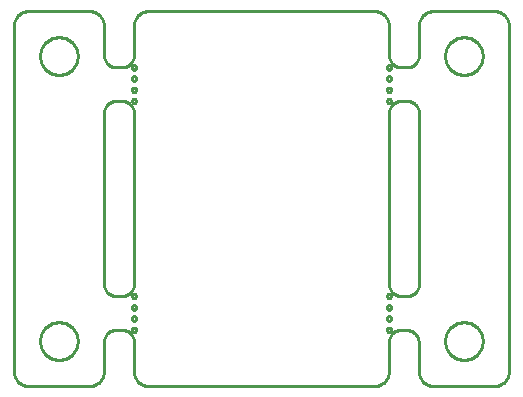
<source format=gbr>
G04 EAGLE Gerber RS-274X export*
G75*
%MOIN*%
%FSLAX34Y34*%
%LPD*%
%IN*%
%IPPOS*%
%AMOC8*
5,1,8,0,0,1.08239X$1,22.5*%
G01*
%ADD10C,0.010000*%


D10*
X-8000Y-10000D02*
X-7998Y-10044D01*
X-7992Y-10087D01*
X-7983Y-10129D01*
X-7970Y-10171D01*
X-7953Y-10211D01*
X-7933Y-10250D01*
X-7910Y-10287D01*
X-7883Y-10321D01*
X-7854Y-10354D01*
X-7821Y-10383D01*
X-7787Y-10410D01*
X-7750Y-10433D01*
X-7711Y-10453D01*
X-7671Y-10470D01*
X-7629Y-10483D01*
X-7587Y-10492D01*
X-7544Y-10498D01*
X-7500Y-10500D01*
X-5500Y-10500D01*
X-5456Y-10498D01*
X-5413Y-10492D01*
X-5371Y-10483D01*
X-5329Y-10470D01*
X-5289Y-10453D01*
X-5250Y-10433D01*
X-5213Y-10410D01*
X-5179Y-10383D01*
X-5146Y-10354D01*
X-5117Y-10321D01*
X-5090Y-10287D01*
X-5067Y-10250D01*
X-5047Y-10211D01*
X-5030Y-10171D01*
X-5017Y-10129D01*
X-5008Y-10087D01*
X-5002Y-10044D01*
X-5000Y-10000D01*
X-5000Y-9025D01*
X-4998Y-8990D01*
X-4994Y-8956D01*
X-4986Y-8921D01*
X-4976Y-8888D01*
X-4963Y-8856D01*
X-4946Y-8825D01*
X-4928Y-8796D01*
X-4906Y-8768D01*
X-4883Y-8742D01*
X-4857Y-8719D01*
X-4829Y-8697D01*
X-4800Y-8679D01*
X-4769Y-8662D01*
X-4737Y-8649D01*
X-4704Y-8639D01*
X-4669Y-8631D01*
X-4635Y-8627D01*
X-4600Y-8625D01*
X-4400Y-8625D01*
X-4365Y-8627D01*
X-4331Y-8631D01*
X-4296Y-8639D01*
X-4263Y-8649D01*
X-4231Y-8662D01*
X-4200Y-8679D01*
X-4171Y-8697D01*
X-4143Y-8719D01*
X-4117Y-8742D01*
X-4094Y-8768D01*
X-4072Y-8796D01*
X-4054Y-8825D01*
X-4037Y-8856D01*
X-4024Y-8888D01*
X-4014Y-8921D01*
X-4006Y-8956D01*
X-4002Y-8990D01*
X-4000Y-9025D01*
X-4000Y-10000D01*
X-3998Y-10044D01*
X-3992Y-10087D01*
X-3983Y-10129D01*
X-3970Y-10171D01*
X-3953Y-10211D01*
X-3933Y-10250D01*
X-3910Y-10287D01*
X-3883Y-10321D01*
X-3854Y-10354D01*
X-3821Y-10383D01*
X-3787Y-10410D01*
X-3750Y-10433D01*
X-3711Y-10453D01*
X-3671Y-10470D01*
X-3629Y-10483D01*
X-3587Y-10492D01*
X-3544Y-10498D01*
X-3500Y-10500D01*
X4000Y-10500D01*
X4044Y-10498D01*
X4087Y-10492D01*
X4129Y-10483D01*
X4171Y-10470D01*
X4211Y-10453D01*
X4250Y-10433D01*
X4287Y-10410D01*
X4321Y-10383D01*
X4354Y-10354D01*
X4383Y-10321D01*
X4410Y-10287D01*
X4433Y-10250D01*
X4453Y-10211D01*
X4470Y-10171D01*
X4483Y-10129D01*
X4492Y-10087D01*
X4498Y-10044D01*
X4500Y-10000D01*
X4500Y-9025D01*
X4502Y-8990D01*
X4506Y-8956D01*
X4514Y-8921D01*
X4524Y-8888D01*
X4537Y-8856D01*
X4554Y-8825D01*
X4572Y-8796D01*
X4594Y-8768D01*
X4617Y-8742D01*
X4643Y-8719D01*
X4671Y-8697D01*
X4700Y-8679D01*
X4731Y-8662D01*
X4763Y-8649D01*
X4796Y-8639D01*
X4831Y-8631D01*
X4865Y-8627D01*
X4900Y-8625D01*
X5100Y-8625D01*
X5140Y-8632D01*
X5179Y-8643D01*
X5218Y-8657D01*
X5254Y-8674D01*
X5290Y-8695D01*
X5323Y-8718D01*
X5354Y-8744D01*
X5383Y-8773D01*
X5409Y-8805D01*
X5432Y-8838D01*
X5452Y-8873D01*
X5469Y-8910D01*
X5483Y-8949D01*
X5493Y-8988D01*
X5500Y-9028D01*
X5504Y-9069D01*
X5504Y-9109D01*
X5500Y-9150D01*
X5500Y-10000D01*
X5502Y-10044D01*
X5508Y-10087D01*
X5517Y-10129D01*
X5530Y-10171D01*
X5547Y-10211D01*
X5567Y-10250D01*
X5590Y-10287D01*
X5617Y-10321D01*
X5646Y-10354D01*
X5679Y-10383D01*
X5713Y-10410D01*
X5750Y-10433D01*
X5789Y-10453D01*
X5829Y-10470D01*
X5871Y-10483D01*
X5913Y-10492D01*
X5956Y-10498D01*
X6000Y-10500D01*
X8000Y-10500D01*
X8044Y-10498D01*
X8087Y-10492D01*
X8129Y-10483D01*
X8171Y-10470D01*
X8211Y-10453D01*
X8250Y-10433D01*
X8287Y-10410D01*
X8321Y-10383D01*
X8354Y-10354D01*
X8383Y-10321D01*
X8410Y-10287D01*
X8433Y-10250D01*
X8453Y-10211D01*
X8470Y-10171D01*
X8483Y-10129D01*
X8492Y-10087D01*
X8498Y-10044D01*
X8500Y-10000D01*
X8500Y1500D01*
X8498Y1544D01*
X8492Y1587D01*
X8483Y1629D01*
X8470Y1671D01*
X8453Y1711D01*
X8433Y1750D01*
X8410Y1787D01*
X8383Y1821D01*
X8354Y1854D01*
X8321Y1883D01*
X8287Y1910D01*
X8250Y1933D01*
X8211Y1953D01*
X8171Y1970D01*
X8129Y1983D01*
X8087Y1992D01*
X8044Y1998D01*
X8000Y2000D01*
X6000Y2000D01*
X5956Y1998D01*
X5913Y1992D01*
X5871Y1983D01*
X5829Y1970D01*
X5789Y1953D01*
X5750Y1933D01*
X5713Y1910D01*
X5679Y1883D01*
X5646Y1854D01*
X5617Y1821D01*
X5590Y1787D01*
X5567Y1750D01*
X5547Y1711D01*
X5530Y1671D01*
X5517Y1629D01*
X5508Y1587D01*
X5502Y1544D01*
X5500Y1500D01*
X5500Y525D01*
X5498Y490D01*
X5494Y456D01*
X5486Y421D01*
X5476Y388D01*
X5463Y356D01*
X5446Y325D01*
X5428Y296D01*
X5406Y268D01*
X5383Y242D01*
X5357Y219D01*
X5329Y197D01*
X5300Y179D01*
X5269Y162D01*
X5237Y149D01*
X5204Y139D01*
X5169Y131D01*
X5135Y127D01*
X5100Y125D01*
X4900Y125D01*
X4865Y127D01*
X4831Y131D01*
X4796Y139D01*
X4763Y149D01*
X4731Y162D01*
X4700Y179D01*
X4671Y197D01*
X4643Y219D01*
X4617Y242D01*
X4594Y268D01*
X4572Y296D01*
X4554Y325D01*
X4537Y356D01*
X4524Y388D01*
X4514Y421D01*
X4506Y456D01*
X4502Y490D01*
X4500Y525D01*
X4500Y1500D01*
X4498Y1544D01*
X4492Y1587D01*
X4483Y1629D01*
X4470Y1671D01*
X4453Y1711D01*
X4433Y1750D01*
X4410Y1787D01*
X4383Y1821D01*
X4354Y1854D01*
X4321Y1883D01*
X4287Y1910D01*
X4250Y1933D01*
X4211Y1953D01*
X4171Y1970D01*
X4129Y1983D01*
X4087Y1992D01*
X4044Y1998D01*
X4000Y2000D01*
X-3500Y2000D01*
X-3544Y1998D01*
X-3587Y1992D01*
X-3629Y1983D01*
X-3671Y1970D01*
X-3711Y1953D01*
X-3750Y1933D01*
X-3787Y1910D01*
X-3821Y1883D01*
X-3854Y1854D01*
X-3883Y1821D01*
X-3910Y1787D01*
X-3933Y1750D01*
X-3953Y1711D01*
X-3970Y1671D01*
X-3983Y1629D01*
X-3992Y1587D01*
X-3998Y1544D01*
X-4000Y1500D01*
X-4000Y525D01*
X-4002Y490D01*
X-4006Y456D01*
X-4014Y421D01*
X-4024Y388D01*
X-4037Y356D01*
X-4054Y325D01*
X-4072Y296D01*
X-4094Y268D01*
X-4117Y242D01*
X-4143Y219D01*
X-4171Y197D01*
X-4200Y179D01*
X-4231Y162D01*
X-4263Y149D01*
X-4296Y139D01*
X-4331Y131D01*
X-4365Y127D01*
X-4400Y125D01*
X-4600Y125D01*
X-4635Y127D01*
X-4669Y131D01*
X-4704Y139D01*
X-4737Y149D01*
X-4769Y162D01*
X-4800Y179D01*
X-4829Y197D01*
X-4857Y219D01*
X-4883Y242D01*
X-4906Y268D01*
X-4928Y296D01*
X-4946Y325D01*
X-4963Y356D01*
X-4976Y388D01*
X-4986Y421D01*
X-4994Y456D01*
X-4998Y490D01*
X-5000Y525D01*
X-5000Y1500D01*
X-5002Y1544D01*
X-5008Y1587D01*
X-5017Y1629D01*
X-5030Y1671D01*
X-5047Y1711D01*
X-5067Y1750D01*
X-5090Y1787D01*
X-5117Y1821D01*
X-5146Y1854D01*
X-5179Y1883D01*
X-5213Y1910D01*
X-5250Y1933D01*
X-5289Y1953D01*
X-5329Y1970D01*
X-5371Y1983D01*
X-5413Y1992D01*
X-5456Y1998D01*
X-5500Y2000D01*
X-7500Y2000D01*
X-7544Y1998D01*
X-7587Y1992D01*
X-7629Y1983D01*
X-7671Y1970D01*
X-7711Y1953D01*
X-7750Y1933D01*
X-7787Y1910D01*
X-7821Y1883D01*
X-7854Y1854D01*
X-7883Y1821D01*
X-7910Y1787D01*
X-7933Y1750D01*
X-7953Y1711D01*
X-7970Y1671D01*
X-7983Y1629D01*
X-7992Y1587D01*
X-7998Y1544D01*
X-8000Y1500D01*
X-8000Y-10000D01*
X4500Y-7100D02*
X4502Y-7135D01*
X4506Y-7169D01*
X4514Y-7204D01*
X4524Y-7237D01*
X4537Y-7269D01*
X4554Y-7300D01*
X4572Y-7329D01*
X4594Y-7357D01*
X4617Y-7383D01*
X4643Y-7406D01*
X4671Y-7428D01*
X4700Y-7446D01*
X4731Y-7463D01*
X4763Y-7476D01*
X4796Y-7486D01*
X4831Y-7494D01*
X4865Y-7498D01*
X4900Y-7500D01*
X5100Y-7500D01*
X5135Y-7498D01*
X5169Y-7494D01*
X5204Y-7486D01*
X5237Y-7476D01*
X5269Y-7463D01*
X5300Y-7446D01*
X5329Y-7428D01*
X5357Y-7406D01*
X5383Y-7383D01*
X5406Y-7357D01*
X5428Y-7329D01*
X5446Y-7300D01*
X5463Y-7269D01*
X5476Y-7237D01*
X5486Y-7204D01*
X5494Y-7169D01*
X5498Y-7135D01*
X5500Y-7100D01*
X5500Y-1400D01*
X5498Y-1365D01*
X5494Y-1331D01*
X5486Y-1296D01*
X5476Y-1263D01*
X5463Y-1231D01*
X5446Y-1200D01*
X5428Y-1171D01*
X5406Y-1143D01*
X5383Y-1117D01*
X5357Y-1094D01*
X5329Y-1072D01*
X5300Y-1054D01*
X5269Y-1037D01*
X5237Y-1024D01*
X5204Y-1014D01*
X5169Y-1006D01*
X5135Y-1002D01*
X5100Y-1000D01*
X4900Y-1000D01*
X4865Y-1002D01*
X4831Y-1006D01*
X4796Y-1014D01*
X4763Y-1024D01*
X4731Y-1037D01*
X4700Y-1054D01*
X4671Y-1072D01*
X4643Y-1094D01*
X4617Y-1117D01*
X4594Y-1143D01*
X4572Y-1171D01*
X4554Y-1200D01*
X4537Y-1231D01*
X4524Y-1263D01*
X4514Y-1296D01*
X4506Y-1331D01*
X4502Y-1365D01*
X4500Y-1400D01*
X4500Y-7100D01*
X-5000Y-7100D02*
X-4998Y-7135D01*
X-4994Y-7169D01*
X-4986Y-7204D01*
X-4976Y-7237D01*
X-4963Y-7269D01*
X-4946Y-7300D01*
X-4928Y-7329D01*
X-4906Y-7357D01*
X-4883Y-7383D01*
X-4857Y-7406D01*
X-4829Y-7428D01*
X-4800Y-7446D01*
X-4769Y-7463D01*
X-4737Y-7476D01*
X-4704Y-7486D01*
X-4669Y-7494D01*
X-4635Y-7498D01*
X-4600Y-7500D01*
X-4400Y-7500D01*
X-4365Y-7498D01*
X-4331Y-7494D01*
X-4296Y-7486D01*
X-4263Y-7476D01*
X-4231Y-7463D01*
X-4200Y-7446D01*
X-4171Y-7428D01*
X-4143Y-7406D01*
X-4117Y-7383D01*
X-4094Y-7357D01*
X-4072Y-7329D01*
X-4054Y-7300D01*
X-4037Y-7269D01*
X-4024Y-7237D01*
X-4014Y-7204D01*
X-4006Y-7169D01*
X-4002Y-7135D01*
X-4000Y-7100D01*
X-4000Y-1400D01*
X-4002Y-1365D01*
X-4006Y-1331D01*
X-4014Y-1296D01*
X-4024Y-1263D01*
X-4037Y-1231D01*
X-4054Y-1200D01*
X-4072Y-1171D01*
X-4094Y-1143D01*
X-4117Y-1117D01*
X-4143Y-1094D01*
X-4171Y-1072D01*
X-4200Y-1054D01*
X-4231Y-1037D01*
X-4263Y-1024D01*
X-4296Y-1014D01*
X-4331Y-1006D01*
X-4365Y-1002D01*
X-4400Y-1000D01*
X-4600Y-1000D01*
X-4635Y-1002D01*
X-4669Y-1006D01*
X-4704Y-1014D01*
X-4737Y-1024D01*
X-4769Y-1037D01*
X-4800Y-1054D01*
X-4829Y-1072D01*
X-4857Y-1094D01*
X-4883Y-1117D01*
X-4906Y-1143D01*
X-4928Y-1171D01*
X-4946Y-1200D01*
X-4963Y-1231D01*
X-4976Y-1263D01*
X-4986Y-1296D01*
X-4994Y-1331D01*
X-4998Y-1365D01*
X-5000Y-1400D01*
X-5000Y-7100D01*
X4575Y-8632D02*
X4572Y-8647D01*
X4566Y-8661D01*
X4558Y-8673D01*
X4548Y-8683D01*
X4536Y-8691D01*
X4522Y-8697D01*
X4507Y-8700D01*
X4493Y-8700D01*
X4478Y-8697D01*
X4464Y-8691D01*
X4452Y-8683D01*
X4442Y-8673D01*
X4434Y-8661D01*
X4428Y-8647D01*
X4425Y-8632D01*
X4425Y-8618D01*
X4428Y-8603D01*
X4434Y-8589D01*
X4442Y-8577D01*
X4452Y-8567D01*
X4464Y-8559D01*
X4478Y-8553D01*
X4493Y-8550D01*
X4507Y-8550D01*
X4522Y-8553D01*
X4536Y-8559D01*
X4548Y-8567D01*
X4558Y-8577D01*
X4566Y-8589D01*
X4572Y-8603D01*
X4575Y-8618D01*
X4575Y-8632D01*
X4575Y-7507D02*
X4572Y-7522D01*
X4566Y-7536D01*
X4558Y-7548D01*
X4548Y-7558D01*
X4536Y-7566D01*
X4522Y-7572D01*
X4507Y-7575D01*
X4493Y-7575D01*
X4478Y-7572D01*
X4464Y-7566D01*
X4452Y-7558D01*
X4442Y-7548D01*
X4434Y-7536D01*
X4428Y-7522D01*
X4425Y-7507D01*
X4425Y-7493D01*
X4428Y-7478D01*
X4434Y-7464D01*
X4442Y-7452D01*
X4452Y-7442D01*
X4464Y-7434D01*
X4478Y-7428D01*
X4493Y-7425D01*
X4507Y-7425D01*
X4522Y-7428D01*
X4536Y-7434D01*
X4548Y-7442D01*
X4558Y-7452D01*
X4566Y-7464D01*
X4572Y-7478D01*
X4575Y-7493D01*
X4575Y-7507D01*
X4575Y-7882D02*
X4572Y-7897D01*
X4566Y-7911D01*
X4558Y-7923D01*
X4548Y-7933D01*
X4536Y-7941D01*
X4522Y-7947D01*
X4507Y-7950D01*
X4493Y-7950D01*
X4478Y-7947D01*
X4464Y-7941D01*
X4452Y-7933D01*
X4442Y-7923D01*
X4434Y-7911D01*
X4428Y-7897D01*
X4425Y-7882D01*
X4425Y-7868D01*
X4428Y-7853D01*
X4434Y-7839D01*
X4442Y-7827D01*
X4452Y-7817D01*
X4464Y-7809D01*
X4478Y-7803D01*
X4493Y-7800D01*
X4507Y-7800D01*
X4522Y-7803D01*
X4536Y-7809D01*
X4548Y-7817D01*
X4558Y-7827D01*
X4566Y-7839D01*
X4572Y-7853D01*
X4575Y-7868D01*
X4575Y-7882D01*
X4575Y-8257D02*
X4572Y-8272D01*
X4566Y-8286D01*
X4558Y-8298D01*
X4548Y-8308D01*
X4536Y-8316D01*
X4522Y-8322D01*
X4507Y-8325D01*
X4493Y-8325D01*
X4478Y-8322D01*
X4464Y-8316D01*
X4452Y-8308D01*
X4442Y-8298D01*
X4434Y-8286D01*
X4428Y-8272D01*
X4425Y-8257D01*
X4425Y-8243D01*
X4428Y-8228D01*
X4434Y-8214D01*
X4442Y-8202D01*
X4452Y-8192D01*
X4464Y-8184D01*
X4478Y-8178D01*
X4493Y-8175D01*
X4507Y-8175D01*
X4522Y-8178D01*
X4536Y-8184D01*
X4548Y-8192D01*
X4558Y-8202D01*
X4566Y-8214D01*
X4572Y-8228D01*
X4575Y-8243D01*
X4575Y-8257D01*
X7625Y-9020D02*
X7622Y-9061D01*
X7617Y-9102D01*
X7609Y-9142D01*
X7598Y-9182D01*
X7585Y-9220D01*
X7570Y-9258D01*
X7551Y-9295D01*
X7531Y-9330D01*
X7508Y-9364D01*
X7483Y-9397D01*
X7456Y-9427D01*
X7427Y-9456D01*
X7397Y-9483D01*
X7364Y-9508D01*
X7330Y-9531D01*
X7295Y-9551D01*
X7258Y-9570D01*
X7220Y-9585D01*
X7182Y-9598D01*
X7142Y-9609D01*
X7102Y-9617D01*
X7061Y-9622D01*
X7020Y-9625D01*
X6980Y-9625D01*
X6939Y-9622D01*
X6898Y-9617D01*
X6858Y-9609D01*
X6818Y-9598D01*
X6780Y-9585D01*
X6742Y-9570D01*
X6705Y-9551D01*
X6670Y-9531D01*
X6636Y-9508D01*
X6603Y-9483D01*
X6573Y-9456D01*
X6544Y-9427D01*
X6517Y-9397D01*
X6492Y-9364D01*
X6469Y-9330D01*
X6449Y-9295D01*
X6430Y-9258D01*
X6415Y-9220D01*
X6402Y-9182D01*
X6391Y-9142D01*
X6383Y-9102D01*
X6378Y-9061D01*
X6375Y-9020D01*
X6375Y-8980D01*
X6378Y-8939D01*
X6383Y-8898D01*
X6391Y-8858D01*
X6402Y-8818D01*
X6415Y-8780D01*
X6430Y-8742D01*
X6449Y-8705D01*
X6469Y-8670D01*
X6492Y-8636D01*
X6517Y-8603D01*
X6544Y-8573D01*
X6573Y-8544D01*
X6603Y-8517D01*
X6636Y-8492D01*
X6670Y-8469D01*
X6705Y-8449D01*
X6742Y-8430D01*
X6780Y-8415D01*
X6818Y-8402D01*
X6858Y-8391D01*
X6898Y-8383D01*
X6939Y-8378D01*
X6980Y-8375D01*
X7020Y-8375D01*
X7061Y-8378D01*
X7102Y-8383D01*
X7142Y-8391D01*
X7182Y-8402D01*
X7220Y-8415D01*
X7258Y-8430D01*
X7295Y-8449D01*
X7330Y-8469D01*
X7364Y-8492D01*
X7397Y-8517D01*
X7427Y-8544D01*
X7456Y-8573D01*
X7483Y-8603D01*
X7508Y-8636D01*
X7531Y-8670D01*
X7551Y-8705D01*
X7570Y-8742D01*
X7585Y-8780D01*
X7598Y-8818D01*
X7609Y-8858D01*
X7617Y-8898D01*
X7622Y-8939D01*
X7625Y-8980D01*
X7625Y-9020D01*
X4575Y-1007D02*
X4572Y-1022D01*
X4566Y-1036D01*
X4558Y-1048D01*
X4548Y-1058D01*
X4536Y-1066D01*
X4522Y-1072D01*
X4507Y-1075D01*
X4493Y-1075D01*
X4478Y-1072D01*
X4464Y-1066D01*
X4452Y-1058D01*
X4442Y-1048D01*
X4434Y-1036D01*
X4428Y-1022D01*
X4425Y-1007D01*
X4425Y-993D01*
X4428Y-978D01*
X4434Y-964D01*
X4442Y-952D01*
X4452Y-942D01*
X4464Y-934D01*
X4478Y-928D01*
X4493Y-925D01*
X4507Y-925D01*
X4522Y-928D01*
X4536Y-934D01*
X4548Y-942D01*
X4558Y-952D01*
X4566Y-964D01*
X4572Y-978D01*
X4575Y-993D01*
X4575Y-1007D01*
X4575Y118D02*
X4572Y103D01*
X4566Y89D01*
X4558Y77D01*
X4548Y67D01*
X4536Y59D01*
X4522Y53D01*
X4507Y50D01*
X4493Y50D01*
X4478Y53D01*
X4464Y59D01*
X4452Y67D01*
X4442Y77D01*
X4434Y89D01*
X4428Y103D01*
X4425Y118D01*
X4425Y132D01*
X4428Y147D01*
X4434Y161D01*
X4442Y173D01*
X4452Y183D01*
X4464Y191D01*
X4478Y197D01*
X4493Y200D01*
X4507Y200D01*
X4522Y197D01*
X4536Y191D01*
X4548Y183D01*
X4558Y173D01*
X4566Y161D01*
X4572Y147D01*
X4575Y132D01*
X4575Y118D01*
X4575Y-257D02*
X4572Y-272D01*
X4566Y-286D01*
X4558Y-298D01*
X4548Y-308D01*
X4536Y-316D01*
X4522Y-322D01*
X4507Y-325D01*
X4493Y-325D01*
X4478Y-322D01*
X4464Y-316D01*
X4452Y-308D01*
X4442Y-298D01*
X4434Y-286D01*
X4428Y-272D01*
X4425Y-257D01*
X4425Y-243D01*
X4428Y-228D01*
X4434Y-214D01*
X4442Y-202D01*
X4452Y-192D01*
X4464Y-184D01*
X4478Y-178D01*
X4493Y-175D01*
X4507Y-175D01*
X4522Y-178D01*
X4536Y-184D01*
X4548Y-192D01*
X4558Y-202D01*
X4566Y-214D01*
X4572Y-228D01*
X4575Y-243D01*
X4575Y-257D01*
X4575Y-632D02*
X4572Y-647D01*
X4566Y-661D01*
X4558Y-673D01*
X4548Y-683D01*
X4536Y-691D01*
X4522Y-697D01*
X4507Y-700D01*
X4493Y-700D01*
X4478Y-697D01*
X4464Y-691D01*
X4452Y-683D01*
X4442Y-673D01*
X4434Y-661D01*
X4428Y-647D01*
X4425Y-632D01*
X4425Y-618D01*
X4428Y-603D01*
X4434Y-589D01*
X4442Y-577D01*
X4452Y-567D01*
X4464Y-559D01*
X4478Y-553D01*
X4493Y-550D01*
X4507Y-550D01*
X4522Y-553D01*
X4536Y-559D01*
X4548Y-567D01*
X4558Y-577D01*
X4566Y-589D01*
X4572Y-603D01*
X4575Y-618D01*
X4575Y-632D01*
X-3925Y-1007D02*
X-3928Y-1022D01*
X-3934Y-1036D01*
X-3942Y-1048D01*
X-3952Y-1058D01*
X-3964Y-1066D01*
X-3978Y-1072D01*
X-3993Y-1075D01*
X-4007Y-1075D01*
X-4022Y-1072D01*
X-4036Y-1066D01*
X-4048Y-1058D01*
X-4058Y-1048D01*
X-4066Y-1036D01*
X-4072Y-1022D01*
X-4075Y-1007D01*
X-4075Y-993D01*
X-4072Y-978D01*
X-4066Y-964D01*
X-4058Y-952D01*
X-4048Y-942D01*
X-4036Y-934D01*
X-4022Y-928D01*
X-4007Y-925D01*
X-3993Y-925D01*
X-3978Y-928D01*
X-3964Y-934D01*
X-3952Y-942D01*
X-3942Y-952D01*
X-3934Y-964D01*
X-3928Y-978D01*
X-3925Y-993D01*
X-3925Y-1007D01*
X-3925Y118D02*
X-3928Y103D01*
X-3934Y89D01*
X-3942Y77D01*
X-3952Y67D01*
X-3964Y59D01*
X-3978Y53D01*
X-3993Y50D01*
X-4007Y50D01*
X-4022Y53D01*
X-4036Y59D01*
X-4048Y67D01*
X-4058Y77D01*
X-4066Y89D01*
X-4072Y103D01*
X-4075Y118D01*
X-4075Y132D01*
X-4072Y147D01*
X-4066Y161D01*
X-4058Y173D01*
X-4048Y183D01*
X-4036Y191D01*
X-4022Y197D01*
X-4007Y200D01*
X-3993Y200D01*
X-3978Y197D01*
X-3964Y191D01*
X-3952Y183D01*
X-3942Y173D01*
X-3934Y161D01*
X-3928Y147D01*
X-3925Y132D01*
X-3925Y118D01*
X-3925Y-257D02*
X-3928Y-272D01*
X-3934Y-286D01*
X-3942Y-298D01*
X-3952Y-308D01*
X-3964Y-316D01*
X-3978Y-322D01*
X-3993Y-325D01*
X-4007Y-325D01*
X-4022Y-322D01*
X-4036Y-316D01*
X-4048Y-308D01*
X-4058Y-298D01*
X-4066Y-286D01*
X-4072Y-272D01*
X-4075Y-257D01*
X-4075Y-243D01*
X-4072Y-228D01*
X-4066Y-214D01*
X-4058Y-202D01*
X-4048Y-192D01*
X-4036Y-184D01*
X-4022Y-178D01*
X-4007Y-175D01*
X-3993Y-175D01*
X-3978Y-178D01*
X-3964Y-184D01*
X-3952Y-192D01*
X-3942Y-202D01*
X-3934Y-214D01*
X-3928Y-228D01*
X-3925Y-243D01*
X-3925Y-257D01*
X-3925Y-632D02*
X-3928Y-647D01*
X-3934Y-661D01*
X-3942Y-673D01*
X-3952Y-683D01*
X-3964Y-691D01*
X-3978Y-697D01*
X-3993Y-700D01*
X-4007Y-700D01*
X-4022Y-697D01*
X-4036Y-691D01*
X-4048Y-683D01*
X-4058Y-673D01*
X-4066Y-661D01*
X-4072Y-647D01*
X-4075Y-632D01*
X-4075Y-618D01*
X-4072Y-603D01*
X-4066Y-589D01*
X-4058Y-577D01*
X-4048Y-567D01*
X-4036Y-559D01*
X-4022Y-553D01*
X-4007Y-550D01*
X-3993Y-550D01*
X-3978Y-553D01*
X-3964Y-559D01*
X-3952Y-567D01*
X-3942Y-577D01*
X-3934Y-589D01*
X-3928Y-603D01*
X-3925Y-618D01*
X-3925Y-632D01*
X-3925Y-8632D02*
X-3928Y-8647D01*
X-3934Y-8661D01*
X-3942Y-8673D01*
X-3952Y-8683D01*
X-3964Y-8691D01*
X-3978Y-8697D01*
X-3993Y-8700D01*
X-4007Y-8700D01*
X-4022Y-8697D01*
X-4036Y-8691D01*
X-4048Y-8683D01*
X-4058Y-8673D01*
X-4066Y-8661D01*
X-4072Y-8647D01*
X-4075Y-8632D01*
X-4075Y-8618D01*
X-4072Y-8603D01*
X-4066Y-8589D01*
X-4058Y-8577D01*
X-4048Y-8567D01*
X-4036Y-8559D01*
X-4022Y-8553D01*
X-4007Y-8550D01*
X-3993Y-8550D01*
X-3978Y-8553D01*
X-3964Y-8559D01*
X-3952Y-8567D01*
X-3942Y-8577D01*
X-3934Y-8589D01*
X-3928Y-8603D01*
X-3925Y-8618D01*
X-3925Y-8632D01*
X-3925Y-7507D02*
X-3928Y-7522D01*
X-3934Y-7536D01*
X-3942Y-7548D01*
X-3952Y-7558D01*
X-3964Y-7566D01*
X-3978Y-7572D01*
X-3993Y-7575D01*
X-4007Y-7575D01*
X-4022Y-7572D01*
X-4036Y-7566D01*
X-4048Y-7558D01*
X-4058Y-7548D01*
X-4066Y-7536D01*
X-4072Y-7522D01*
X-4075Y-7507D01*
X-4075Y-7493D01*
X-4072Y-7478D01*
X-4066Y-7464D01*
X-4058Y-7452D01*
X-4048Y-7442D01*
X-4036Y-7434D01*
X-4022Y-7428D01*
X-4007Y-7425D01*
X-3993Y-7425D01*
X-3978Y-7428D01*
X-3964Y-7434D01*
X-3952Y-7442D01*
X-3942Y-7452D01*
X-3934Y-7464D01*
X-3928Y-7478D01*
X-3925Y-7493D01*
X-3925Y-7507D01*
X-3925Y-7882D02*
X-3928Y-7897D01*
X-3934Y-7911D01*
X-3942Y-7923D01*
X-3952Y-7933D01*
X-3964Y-7941D01*
X-3978Y-7947D01*
X-3993Y-7950D01*
X-4007Y-7950D01*
X-4022Y-7947D01*
X-4036Y-7941D01*
X-4048Y-7933D01*
X-4058Y-7923D01*
X-4066Y-7911D01*
X-4072Y-7897D01*
X-4075Y-7882D01*
X-4075Y-7868D01*
X-4072Y-7853D01*
X-4066Y-7839D01*
X-4058Y-7827D01*
X-4048Y-7817D01*
X-4036Y-7809D01*
X-4022Y-7803D01*
X-4007Y-7800D01*
X-3993Y-7800D01*
X-3978Y-7803D01*
X-3964Y-7809D01*
X-3952Y-7817D01*
X-3942Y-7827D01*
X-3934Y-7839D01*
X-3928Y-7853D01*
X-3925Y-7868D01*
X-3925Y-7882D01*
X-3925Y-8257D02*
X-3928Y-8272D01*
X-3934Y-8286D01*
X-3942Y-8298D01*
X-3952Y-8308D01*
X-3964Y-8316D01*
X-3978Y-8322D01*
X-3993Y-8325D01*
X-4007Y-8325D01*
X-4022Y-8322D01*
X-4036Y-8316D01*
X-4048Y-8308D01*
X-4058Y-8298D01*
X-4066Y-8286D01*
X-4072Y-8272D01*
X-4075Y-8257D01*
X-4075Y-8243D01*
X-4072Y-8228D01*
X-4066Y-8214D01*
X-4058Y-8202D01*
X-4048Y-8192D01*
X-4036Y-8184D01*
X-4022Y-8178D01*
X-4007Y-8175D01*
X-3993Y-8175D01*
X-3978Y-8178D01*
X-3964Y-8184D01*
X-3952Y-8192D01*
X-3942Y-8202D01*
X-3934Y-8214D01*
X-3928Y-8228D01*
X-3925Y-8243D01*
X-3925Y-8257D01*
X7625Y480D02*
X7622Y439D01*
X7617Y398D01*
X7609Y358D01*
X7598Y318D01*
X7585Y280D01*
X7570Y242D01*
X7551Y205D01*
X7531Y170D01*
X7508Y136D01*
X7483Y103D01*
X7456Y73D01*
X7427Y44D01*
X7397Y17D01*
X7364Y-8D01*
X7330Y-31D01*
X7295Y-51D01*
X7258Y-70D01*
X7220Y-85D01*
X7182Y-98D01*
X7142Y-109D01*
X7102Y-117D01*
X7061Y-122D01*
X7020Y-125D01*
X6980Y-125D01*
X6939Y-122D01*
X6898Y-117D01*
X6858Y-109D01*
X6818Y-98D01*
X6780Y-85D01*
X6742Y-70D01*
X6705Y-51D01*
X6670Y-31D01*
X6636Y-8D01*
X6603Y17D01*
X6573Y44D01*
X6544Y73D01*
X6517Y103D01*
X6492Y136D01*
X6469Y170D01*
X6449Y205D01*
X6430Y242D01*
X6415Y280D01*
X6402Y318D01*
X6391Y358D01*
X6383Y398D01*
X6378Y439D01*
X6375Y480D01*
X6375Y520D01*
X6378Y561D01*
X6383Y602D01*
X6391Y642D01*
X6402Y682D01*
X6415Y720D01*
X6430Y758D01*
X6449Y795D01*
X6469Y830D01*
X6492Y864D01*
X6517Y897D01*
X6544Y927D01*
X6573Y956D01*
X6603Y983D01*
X6636Y1008D01*
X6670Y1031D01*
X6705Y1051D01*
X6742Y1070D01*
X6780Y1085D01*
X6818Y1098D01*
X6858Y1109D01*
X6898Y1117D01*
X6939Y1122D01*
X6980Y1125D01*
X7020Y1125D01*
X7061Y1122D01*
X7102Y1117D01*
X7142Y1109D01*
X7182Y1098D01*
X7220Y1085D01*
X7258Y1070D01*
X7295Y1051D01*
X7330Y1031D01*
X7364Y1008D01*
X7397Y983D01*
X7427Y956D01*
X7456Y927D01*
X7483Y897D01*
X7508Y864D01*
X7531Y830D01*
X7551Y795D01*
X7570Y758D01*
X7585Y720D01*
X7598Y682D01*
X7609Y642D01*
X7617Y602D01*
X7622Y561D01*
X7625Y520D01*
X7625Y480D01*
X-5875Y480D02*
X-5878Y439D01*
X-5883Y398D01*
X-5891Y358D01*
X-5902Y318D01*
X-5915Y280D01*
X-5930Y242D01*
X-5949Y205D01*
X-5969Y170D01*
X-5992Y136D01*
X-6017Y103D01*
X-6044Y73D01*
X-6073Y44D01*
X-6103Y17D01*
X-6136Y-8D01*
X-6170Y-31D01*
X-6205Y-51D01*
X-6242Y-70D01*
X-6280Y-85D01*
X-6318Y-98D01*
X-6358Y-109D01*
X-6398Y-117D01*
X-6439Y-122D01*
X-6480Y-125D01*
X-6520Y-125D01*
X-6561Y-122D01*
X-6602Y-117D01*
X-6642Y-109D01*
X-6682Y-98D01*
X-6720Y-85D01*
X-6758Y-70D01*
X-6795Y-51D01*
X-6830Y-31D01*
X-6864Y-8D01*
X-6897Y17D01*
X-6927Y44D01*
X-6956Y73D01*
X-6983Y103D01*
X-7008Y136D01*
X-7031Y170D01*
X-7051Y205D01*
X-7070Y242D01*
X-7085Y280D01*
X-7098Y318D01*
X-7109Y358D01*
X-7117Y398D01*
X-7122Y439D01*
X-7125Y480D01*
X-7125Y520D01*
X-7122Y561D01*
X-7117Y602D01*
X-7109Y642D01*
X-7098Y682D01*
X-7085Y720D01*
X-7070Y758D01*
X-7051Y795D01*
X-7031Y830D01*
X-7008Y864D01*
X-6983Y897D01*
X-6956Y927D01*
X-6927Y956D01*
X-6897Y983D01*
X-6864Y1008D01*
X-6830Y1031D01*
X-6795Y1051D01*
X-6758Y1070D01*
X-6720Y1085D01*
X-6682Y1098D01*
X-6642Y1109D01*
X-6602Y1117D01*
X-6561Y1122D01*
X-6520Y1125D01*
X-6480Y1125D01*
X-6439Y1122D01*
X-6398Y1117D01*
X-6358Y1109D01*
X-6318Y1098D01*
X-6280Y1085D01*
X-6242Y1070D01*
X-6205Y1051D01*
X-6170Y1031D01*
X-6136Y1008D01*
X-6103Y983D01*
X-6073Y956D01*
X-6044Y927D01*
X-6017Y897D01*
X-5992Y864D01*
X-5969Y830D01*
X-5949Y795D01*
X-5930Y758D01*
X-5915Y720D01*
X-5902Y682D01*
X-5891Y642D01*
X-5883Y602D01*
X-5878Y561D01*
X-5875Y520D01*
X-5875Y480D01*
X-5875Y-9020D02*
X-5878Y-9061D01*
X-5883Y-9102D01*
X-5891Y-9142D01*
X-5902Y-9182D01*
X-5915Y-9220D01*
X-5930Y-9258D01*
X-5949Y-9295D01*
X-5969Y-9330D01*
X-5992Y-9364D01*
X-6017Y-9397D01*
X-6044Y-9427D01*
X-6073Y-9456D01*
X-6103Y-9483D01*
X-6136Y-9508D01*
X-6170Y-9531D01*
X-6205Y-9551D01*
X-6242Y-9570D01*
X-6280Y-9585D01*
X-6318Y-9598D01*
X-6358Y-9609D01*
X-6398Y-9617D01*
X-6439Y-9622D01*
X-6480Y-9625D01*
X-6520Y-9625D01*
X-6561Y-9622D01*
X-6602Y-9617D01*
X-6642Y-9609D01*
X-6682Y-9598D01*
X-6720Y-9585D01*
X-6758Y-9570D01*
X-6795Y-9551D01*
X-6830Y-9531D01*
X-6864Y-9508D01*
X-6897Y-9483D01*
X-6927Y-9456D01*
X-6956Y-9427D01*
X-6983Y-9397D01*
X-7008Y-9364D01*
X-7031Y-9330D01*
X-7051Y-9295D01*
X-7070Y-9258D01*
X-7085Y-9220D01*
X-7098Y-9182D01*
X-7109Y-9142D01*
X-7117Y-9102D01*
X-7122Y-9061D01*
X-7125Y-9020D01*
X-7125Y-8980D01*
X-7122Y-8939D01*
X-7117Y-8898D01*
X-7109Y-8858D01*
X-7098Y-8818D01*
X-7085Y-8780D01*
X-7070Y-8742D01*
X-7051Y-8705D01*
X-7031Y-8670D01*
X-7008Y-8636D01*
X-6983Y-8603D01*
X-6956Y-8573D01*
X-6927Y-8544D01*
X-6897Y-8517D01*
X-6864Y-8492D01*
X-6830Y-8469D01*
X-6795Y-8449D01*
X-6758Y-8430D01*
X-6720Y-8415D01*
X-6682Y-8402D01*
X-6642Y-8391D01*
X-6602Y-8383D01*
X-6561Y-8378D01*
X-6520Y-8375D01*
X-6480Y-8375D01*
X-6439Y-8378D01*
X-6398Y-8383D01*
X-6358Y-8391D01*
X-6318Y-8402D01*
X-6280Y-8415D01*
X-6242Y-8430D01*
X-6205Y-8449D01*
X-6170Y-8469D01*
X-6136Y-8492D01*
X-6103Y-8517D01*
X-6073Y-8544D01*
X-6044Y-8573D01*
X-6017Y-8603D01*
X-5992Y-8636D01*
X-5969Y-8670D01*
X-5949Y-8705D01*
X-5930Y-8742D01*
X-5915Y-8780D01*
X-5902Y-8818D01*
X-5891Y-8858D01*
X-5883Y-8898D01*
X-5878Y-8939D01*
X-5875Y-8980D01*
X-5875Y-9020D01*
M02*

</source>
